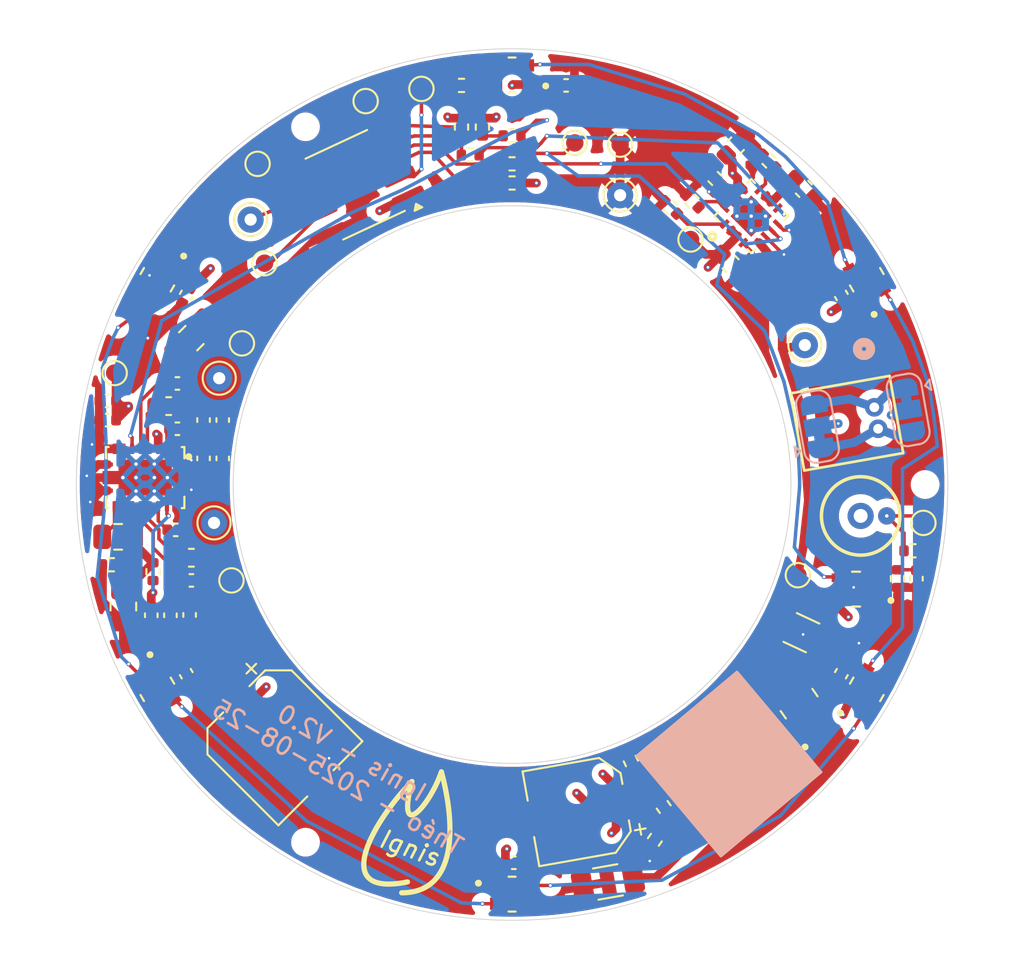
<source format=kicad_pcb>
(kicad_pcb (version 20241229) (generator "pcbnew") (generator_version "9.0")
  (title_block (comment 4 "AISLER Project ID: EPWFUWIS"))
  (layers (0 "F.Cu" signal) (4 "In1.Cu" signal) (6 "In2.Cu" signal) (2 "B.Cu" power) (13 "F.Paste" user) (15 "B.Paste" user) (5 "F.SilkS" user "F.Silkscreen") (7 "B.SilkS" user "B.Silkscreen") (1 "F.Mask" user) (3 "B.Mask" user) (25 "Edge.Cuts" user))
  (net 0 "")
  (net 1 "Net-(U1-BOOT1)")
  (net 2 "Net-(U1-BOOT2)")
  (net 3 "Net-(U1-CLAMP1)")
  (net 4 "Net-(U1-CLAMP2)")
  (net 5 "Net-(U1-COMM1)")
  (net 6 "Net-(U1-COMM2)")
  (net 7 "Net-(U1-RECT)")
  (net 8 "GND")
  (net 9 "VBUS")
  (net 10 "VSYS")
  (net 11 "VCC")
  (net 12 "Net-(D2-DIN)")
  (net 13 "Net-(D2-DOUT)")
  (net 14 "Net-(D3-DOUT)")
  (net 15 "Net-(D4-DOUT)")
  (net 16 "Net-(D5-DOUT)")
  (net 17 "Net-(D6-DOUT)")
  (net 19 "Net-(J3-VBAT)")
  (net 20 "UPDI")
  (net 21 "Net-(L1-Pad2)")
  (net 22 "~{IND}")
  (net 23 "Net-(U1-~{CHG})")
  (net 24 "Net-(U1-FOD)")
  (net 25 "Net-(U1-ILIM)")
  (net 26 "Net-(U1-TS{slash}CTRL)")
  (net 27 "Net-(U2-ILIM)")
  (net 28 "Net-(U2-TS)")
  (net 29 "Net-(U2-~{CHG})")
  (net 30 "~{CHRG}")
  (net 31 "Net-(J3-GND)")
  (net 32 "Net-(U2-~{PGOOD})")
  (net 33 "Net-(U2-TMR)")
  (net 34 "Net-(U2-ISET)")
  (net 35 "Net-(U3-OC)")
  (net 36 "Net-(U3-FB)")
  (net 37 "LED_DIN")
  (net 38 "Net-(R17-Pad1)")
  (net 39 "~{PGOOD}")
  (net 40 "SSW")
  (net 43 "/Power Stage/AC1")
  (net 44 "/Power Stage/COILA")
  (net 45 "/Power Stage/AC2")
  (net 46 "VBAT")
  (net 47 "Net-(C30-Pad1)")
  (footprint "Ignis:IC_BQ24073RGTR" (layer "F.Cu") (at 63.720244 34.6 45)
    (property "Reference" "U2" (hide yes))
    (property "Value" "BQ24073RGTR")
  )
  (footprint "Ignis:BQ51013BRHLT" (layer "F.Cu") (at 28.95 49.6 -90)
    (property "Reference" "U1" (hide yes))
    (property "Value" "BQ51013BRHLT")
  )
  (footprint "Resistor_SMD:R_0402_1005Metric" (layer "F.Cu") (at 29.4 55 90)
    (property "Reference" "R4" (hide yes))
    (property "Value" "20k")
  )
  (footprint "MountingHole:ToolingHole_1.152mm" (layer "F.Cu") (at 38.15 29.475197 -150)
    (property "Reference" "H3" (hide yes))
    (property "Value" "ToolingHole")
  )
  (footprint "Resistor_SMD:R_0402_1005Metric" (layer "F.Cu") (at 48.3 29.49 -90)
    (property "Reference" "R19" (hide yes))
    (property "Value" "10k")
  )
  (footprint "TestPoint:TestPoint_THTPad_D1.5mm_Drill0.7mm" (layer "F.Cu") (at 56.2 33.4)
    (property "Reference" "J6" (hide yes))
    (property "Value" "GND")
  )
  (footprint "Resistor_SMD:R_0402_1005Metric" (layer "F.Cu") (at 72.1125 55.4 90)
    (property "Reference" "R18" (hide yes))
    (property "Value" "1M")
  )
  (footprint "Capacitor_SMD:C_0402_1005Metric" (layer "F.Cu") (at 30.4 57.5 -90)
    (property "Reference" "C12" (hide yes))
    (property "Value" "10u")
  )
  (footprint "TestPoint:TestPoint_Pad_D1.0mm" (layer "F.Cu") (at 34.5 41.9)
    (property "Reference" "TP1" (hide yes))
    (property "Value" "COIL_A")
  )
  (footprint "MountingHole:ToolingHole_1.152mm" (layer "F.Cu") (at 38.15 70.524802 -30)
    (property "Reference" "H2" (hide yes))
    (property "Value" "ToolingHole")
  )
  (footprint "Resistor_SMD:R_0402_1005Metric" (layer "F.Cu") (at 60.340523 33.740382 135)
    (property "Reference" "R11" (hide yes))
    (property "Value" "2.7k")
  )
  (footprint "Capacitor_SMD:C_0402_1005Metric" (layer "F.Cu") (at 26.8 46.3 180)
    (property "Reference" "C15" (hide yes))
    (property "Value" "10u")
  )
  (footprint "Resistor_SMD:R_0402_1005Metric" (layer "F.Cu") (at 64.740524 31.440382 135)
    (property "Reference" "R6" (hide yes))
    (property "Value" "2.4k")
  )
  (footprint "TestPoint:TestPoint_Pad_D1.0mm" (layer "F.Cu") (at 73.6 52.2)
    (property "Reference" "TP13" (hide yes))
    (property "Value" "SSW_RAW")
  )
  (footprint "Resistor_SMD:R_0402_1005Metric" (layer "F.Cu") (at 47.1 27.1)
    (property "Reference" "R16" (hide yes))
    (property "Value" "330" (hide yes))
  )
  (footprint "TestPoint:TestPoint_Pad_D1.0mm" (layer "F.Cu") (at 41.6 28)
    (property "Reference" "TP4" (hide yes))
    (property "Value" "~{IND}")
  )
  (footprint "Ignis:LED_WS2812B2020" (layer "F.Cu") (at 50 73.5)
    (property "Reference" "D5" (hide yes))
    (property "Value" "WS2812B")
  )
  (footprint "Resistor_SMD:R_0402_1005Metric" (layer "F.Cu") (at 50 29.99 180)
    (property "Reference" "R1" (hide yes))
    (property "Value" "220")
  )
  (footprint "Capacitor_SMD:C_1206_3216Metric" (layer "F.Cu") (at 55.5 72.8 -170)
    (property "Reference" "C21" (hide yes))
    (property "Value" "22u")
  )
  (footprint "Ignis:LED_WS2812B2020" (layer "F.Cu") (at 70.351596 38.25 120)
    (property "Reference" "D3" (hide yes))
    (property "Value" "WS2812B")
  )
  (footprint "Capacitor_SMD:C_0603_1608Metric" (layer "F.Cu") (at 62.540524 37.34038 -45)
    (property "Reference" "C18" (hide yes))
    (property "Value" "4.7u")
  )
  (footprint "Capacitor_SMD:C_0402_1005Metric" (layer "F.Cu") (at 73.2 55.4 -90)
    (property "Reference" "C30" (hide yes))
    (property "Value" "22n")
  )
  (footprint "Capacitor_SMD:CP_Elec_5x5.4" (layer "F.Cu") (at 53.8 68.7 -170)
    (property "Reference" "C22" (hide yes))
    (property "Value" "100u")
  )
  (footprint "Capacitor_SMD:C_0402_1005Metric" (layer "F.Cu") (at 31.5 57.48 -90)
    (property "Reference" "C14" (hide yes))
    (property "Value" "100n")
  )
  (footprint "Resistor_SMD:R_0402_1005Metric" (layer "F.Cu") (at 50 31.6 180)
    (property "Reference" "R9" (hide yes))
    (property "Value" "220")
  )
  (footprint "Ignis:LED_WS2812B2020" (layer "F.Cu") (at 70.351596 61.75 60)
    (property "Reference" "D4" (hide yes))
    (property "Value" "WS2812B")
  )
  (footprint "Resistor_SMD:R_0402_1005Metric" (layer "F.Cu") (at 58.192524 70.382233 -125)
    (property "Reference" "R12" (hide yes))
    (property "Value" "390k")
  )
  (footprint "Resistor_SMD:R_0805_2012Metric" (layer "F.Cu") (at 27.7 57 -90)
    (property "Reference" "R5" (hide yes))
    (property "Value" "196")
  )
  (footprint "Ignis:LED_WS2812B2020" (layer "F.Cu") (at 29.648403 38.25 -120)
    (property "Reference" "D7" (hide yes))
    (property "Value" "WS2812B")
  )
  (footprint "Resistor_SMD:R_0805_2012Metric" (layer "F.Cu") (at 27.4 53)
    (property "Reference" "R2" (hide yes))
    (property "Value" "220")
  )
  (footprint "Capacitor_SMD:C_0402_1005Metric" (layer "F.Cu") (at 30.7 52.6 180)
    (property "Reference" "C7" (hide yes))
    (property "Value" "10n")
  )
  (footprint "Ignis:LED_WS2812B2020" (layer "F.Cu") (at 50 26.5 180)
    (property "Reference" "D2" (hide yes))
    (property "Value" "WS2812B" (hide yes))
  )
  (footprint "Capacitor_SMD:C_0402_1005Metric" (layer "F.Cu") (at 68.892751 39.15 120)
    (property "Reference" "C25" (hide yes))
    (property "Value" "100n")
  )
  (footprint "Capacitor_SMD:C_0402_1005Metric" (layer "F.Cu") (at 33.4 48.5 90)
    (property "Reference" "C4" (hide yes))
    (property "Value" "1n")
  )
  (footprint "Capacitor_SMD:C_0805_2012Metric_Pad1.18x1.45mm_HandSolder" (layer "F.Cu") (at 31.6 41.6 -135)
    (property "Reference" "C5" (hide yes))
    (property "Value" "0")
  )
  (footprint "Package_SO:SOIC-8_3.9x4.9mm_P1.27mm" (layer "F.Cu") (at 41 32.8 -155)
    (property "Reference" "U5" (hide yes))
    (property "Value" "ATtiny212-SS" (hide yes))
  )
  (footprint "Capacitor_SMD:C_0402_1005Metric" (layer "F.Cu") (at 26.8 45.2 180)
    (property "Reference" "C16" (hide yes))
    (property "Value" "100n")
  )
  (footprint "Resistor_SMD:R_0402_1005Metric" (layer "F.Cu") (at 50 32.7 180)
    (property "Reference" "R21" (hide yes))
    (property "Value" "10k")
  )
  (footprint "TestPoint:TestPoint_THTPad_D1.5mm_Drill0.7mm" (layer "F.Cu") (at 33.2 43.9 -90)
    (property "Reference" "J1" (hide yes))
    (property "Value" "COIL_A")
  )
  (footprint "TestPoint:TestPoint_Pad_D1.0mm" (layer "F.Cu") (at 53.6 30.4)
    (property "Reference" "TP14" (hide yes))
    (property "Value" "SSW")
  )
  (footprint "Resistor_SMD:R_0402_1005Metric" (layer "F.Cu") (at 47.1 29.49 -90)
    (property "Reference" "R20" (hide yes))
    (property "Value" "10k")
  )
  (footprint "Capacitor_SMD:C_1206_3216Metric" (layer "F.Cu") (at 66.6 58.5 -25)
    (property "Reference" "C20" (hide yes))
    (property "Value" "22u")
  )
  (footprint "Capacitor_SMD:C_0603_1608Metric" (layer "F.Cu") (at 30.3 45.5 180)
    (property "Reference" "C8" (hide yes))
    (property "Value" "470n")
  )
  (footprint "TestPoint:TestPoint_THTPad_D1.5mm_Drill0.7mm" (layer "F.Cu") (at 66.8 42)
    (property "Reference" "J5" (hide yes))
    (property "Value" "VSYS")
  )
  (footprint "Resistor_SMD:R_0402_1005Metric" (layer "F.Cu") (at 56.815535 65.862216 115)
    (property "Reference" "R14" (hide yes))
    (property "Value" "10k")
  )
  (footprint "TestPoint:TestPoint_Pad_D1.0mm" (layer "F.Cu") (at 27.2 43.6)
    (property "Reference" "TP3" (hide yes))
    (property "Value" "VBUS")
  )
  (footprint "TestPoint:TestPoint_Pad_D1.0mm" (layer "F.Cu") (at 35.4 31.6)
    (property "Reference" "TP8" (hide yes))
    (property "Value" "~{CHRG}")
  )
  (footprint "Resistor_SMD:R_0402_1005Metric" (layer "F.Cu") (at 27.01 54.6 180)
    (property "Reference" "R3" (hide yes))
    (property "Value" "10k")
  )
  (footprint "TestPoint:TestPoint_Pad_D1.0mm" (layer "F.Cu") (at 56.2 30.5)
    (property "Reference" "TP6" (hide yes))
    (property "Value" "GND")
  )
  (footprint "Resistor_SMD:R_0402_1005Metric" (layer "F.Cu") (at 58.7 68.5 125)
    (property "Reference" "R13" (hide yes))
    (property "Value" "75k")
  )
  (footprint "Inductor_SMD:L_1008_2520Metric" (layer "F.Cu") (at 66.468821 62.572389 -55)
    (property "Reference" "L1" (hide yes))
    (property "Value" "3.3u")
  )
  (footprint "Capacitor_SMD:C_0402_1005Metric" (layer "F.Cu") (at 31.307248 60.85 -60)
    (property "Reference" "C28" (hide yes))
    (property "Value" "100n")
  )
  (footprint "Capacitor_SMD:C_0402_1005Metric" (layer "F.Cu") (at 53.1 27.1)
    (property "Reference" "C24" (hide yes))
    (property "Value" "100n")
  )
  (footprint "Resistor_SMD:R_0402_1005Metric" (layer "F.Cu") (at 61.640523 32.44038 135)
    (property "Reference" "R10" (hide yes))
    (property "Value" "24k")
  )
  (footprint "Capacitor_SMD:C_0603_1608Metric" (layer "F.Cu") (at 66.740524 33.040382 -45)
    (property "Reference" "C19" (hide yes))
    (property "Value" "4.7u")
  )
  (footprint "Capacitor_SMD:C_0603_1608Metric" (layer "F.Cu") (at 62.840525 30.54038 45)
    (property "Reference" "C17" (hide yes))
    (property "Value" "1u")
  )
  (footprint "MountingHole:ToolingHole_1.152mm" (layer "F.Cu") (at 73.7 50 90)
    (property "Reference" "H1" (hide yes))
    (property "Value" "ToolingHole")
  )
  (footprint "Ignis:LED_WS2812B2020" (layer "F.Cu") (at 29.648403 61.75 -60)
    (property "Reference" "D6" (hide yes))
    (property "Value" "WS2812B")
  )
  (footprint "Resistor_SMD:R_0402_1005Metric" (layer "F.Cu") (at 47.6 31.09)
    (property "Reference" "R8" (hide yes))
    (property "Value" "220")
  )
  (footprint "Capacitor_SMD:C_0402_1005Metric" (layer "F.Cu") (at 33.4 46.3 -90)
    (property "Reference" "C2" (hide yes))
    (property "Value" "15n")
  )
  (footprint "TestPoint:TestPoint_THTPad_D1.5mm_Drill0.7mm" (layer "F.Cu") (at 35 34.8)
    (property "Reference" "J4" (hide yes))
    (property "Value" "UPDI")
  )
  (footprint "TestPoint:TestPoint_Pad_D1.0mm" (layer "F.Cu") (at 60.240525 35.94038 -90)
    (property "Reference" "TP5" (hide yes))
    (property "Value" "VBAT")
  )
  (footprint "Capacitor_SMD:C_0402_1005Metric" (layer "F.Cu") (at 30.8 46.8 180)
    (property "Reference" "C6" (hide yes))
    (property "Value" "10n")
  )
  (footprint "Capacitor_SMD:C_0402_1005Metric" (layer "F.Cu") (at 29.3 57.5 -90)
    (property "Reference" "C13" (hide yes))
    (property "Value" "10u")
  )
  (footprint "Resistor_SMD:R_0402_1005Metric" (layer "F.Cu") (at 59.1 34.1 135)
    (property "Reference" "R7" (hide yes))
    (property "Value" "10k")
  )
  (footprint "Capacitor_SMD:C_0402_1005Metric" (layer "F.Cu") (at 50.1 71.7)
    (property "Reference" "C27" (hide yes))
    (property "Value" "100n")
  )
  (footprint "Ignis:CONN02_530480210_MOL" (layer "F.Cu") (at 70.782941 45.56899 -80)
    (property "Reference" "J3" (hide yes))
    (property "Value" "530480210")
  )
  (footprint "TestPoint:TestPoint_THTPad_D1.5mm_Drill0.7mm" (layer "F.Cu") (at 32.9 52.2 -90)
    (property "Reference" "J2" (hide yes))
    (property "Value" "COIL_B")
  )
  (footprint "Capacitor_SMD:C_0402_1005Metric" (layer "F.Cu") (at 30.8 44.2 180)
    (property "Reference" "C10" (hide yes))
    (property "Value" "47n")
  )
  (footprint "Capacitor_SMD:C_0402_1005Metric" (layer "F.Cu") (at 31.6 55.5 180)
    (property "Reference" "C11" (hide yes))
    (property "Value" "47n")
  )
  (footprint "TestPoint:TestPoint_Pad_D1.0mm" (layer "F.Cu") (at 35.8 37.3)
    (property "Reference" "TP9" (hide yes))
    (property "Value" "~{PGOOD}")
  )
  (footprint "Capacitor_SMD:C_0402_1005Metric" (layer "F.Cu") (at 32.3 46.3 -90)
    (property "Reference" "C1" (hide yes))
    (property "Value" "150n")
  )
  (footprint "Capacitor_SMD:CP_Elec_6.3x7.7" (layer "F.Cu") (at 36.593414 64.729354 -45)
    (property "Reference" "C23" (hide yes))
    (property "Value" "470u")
  )
  (footprint "Ignis:IC_74LVC1G17GW_125" (layer "F.Cu") (at 69.7375 56 180)
    (property "Reference" "U4" (hide yes))
    (property "Value" "74LVC1G17")
  )
  (footprint "Capacitor_SMD:C_0402_1005Metric" (layer "F.Cu") (at 32.3 48.5 90)
    (property "Reference" "C3" (hide yes))
    (property "Value" "1n")
  )
  (footprint "Capacitor_SMD:C_0402_1005Metric" (layer "F.Cu") (at 68.892751 60.849999 60)
    (property "Reference" "C26" (hide yes))
    (property "Value" "100n")
  )
  (footprint "Capacitor_SMD:C_0402_1005Metric" (layer "F.Cu") (at 31.307248 39.15 -120)
    (property "Reference" "C29" (hide yes))
    (property "Value" "100n")
  )
  (footprint "TestPoint:TestPoint_Pad_D1.0mm" (layer "F.Cu") (at 33.9 55.5)
    (property "Reference" "TP2" (hide yes))
    (property "Value" "COIL_B")
  )
  (footprint "TestPoint:TestPoint_Pad_D1.0mm" (layer "F.Cu") (at 66.4 55.2)
    (property "Reference" "TP7" (hide yes))
    (property "Value" "VSYS")
  )
  (footprint "Ignis:SW-180" (layer "F.Cu") (at 70 51.8)
    (property "Reference" "SW1" (hide yes))
    (property "Value" "SW-18030")
  )
  (footprint "Capacitor_SMD:C_0603_1608Metric" (layer "F.Cu") (at 31.6 54.2 180)
    (property "Reference" "C9" (hide yes))
    (property "Value" "470n")
  )
  (footprint "Ignis:SOIC127P599X175-9N" (layer "F.Cu") (at 61.99422 65.5 -145)
    (property "Reference" "U3" (hide yes))
    (property "Value" "FP6277XR-G1")
  )
  (footprint "Resistor_SMD:R_0402_1005Metric" (layer "F.Cu") (at 73 53.8)
    (property "Reference" "R17" (hide yes))
    (property "Value" "470")
  )
  (footprint "TestPoint:TestPoint_Pad_D1.0mm" (layer "F.Cu") (at 44.8 27.3)
    (property "Reference" "TP12" (hide yes))
    (property "Value" "LED_DIN")
  )
  (footprint "Jumper:SolderJumper-3_P1.3mm_Bridged12_RoundedPad1.0x1.5mm" (layer "B.Cu") (at 72.725742 45.716471 -80)
    (property "Reference" "JP2" (hide yes))
    (property "Value" "VGNDS")
  )
  (footprint "Jumper:SolderJumper-3_P1.3mm_Bridged12_RoundedPad1.0x1.5mm" (layer "B.Cu") (at 67.524632 46.672979 100)
    (property "Reference" "JP1" (hide yes))
    (property "Value" "VBATS")
  )
  (gr_curve (pts (xy 44.254502 67.039653) (xy 43.334269 70.535756) (xy 45.222981 68.562746) (xy 45.946295 66.48482)) (stroke (width 0.3)) (layer "F.SilkS"))
  (gr_curve (pts (xy 44 72.8) (xy 39.29221 73.746949) (xy 42.300952 68.989063) (xy 44.254502 67.039653)) (stroke (width 0.3)) (layer "F.SilkS"))
  (gr_curve (pts (xy 45.946295 66.48482) (xy 46.777619 69.554259) (xy 46.861917 73.415982) (xy 43.666617 73.423583)) (stroke (width 0.3)) (layer "F.SilkS"))
  (gr_poly (pts (xy 57.160707 65.573789) (xy 62.906039 60.752881) (xy 67.726947 66.498213) (xy 61.981615 71.319121)) (stroke (width 0.153)) (fill yes) (layer "B.SilkS"))
  (gr_circle (center 50 50) (end 66 50) (stroke (width 0.05)) (fill no) (layer "Edge.Cuts"))
  (gr_circle (center 50 50) (end 75 50) (stroke (width 0.05)) (fill no) (layer "Edge.Cuts"))
  (gr_text "Ignis" (at 42.167993 70.778716 340) (layer "F.SilkS") (effects (font (size 1 1) (thickness 0.153) (italic yes)) (justify left bottom)))
  (gr_text "Ignis - V2.0\nThéo - 2025-08-25" (at 39.7 67.3 330) (layer "B.SilkS") (effects (font (size 1 1) (thickness 0.153)) (justify bottom mirror)))
  (segment (start 30.2 47.95) (end 30.2 46.92) (width 0.2) (layer "F.Cu") (net 1))
  (segment (start 30.2 46.92) (end 30.32 46.8) (width 0.2) (layer "F.Cu") (net 1))
  (segment (start 29.7 52.08) (end 30.22 52.6) (width 0.2) (layer "F.Cu") (net 2))
  (segment (start 29.7 51.25) (end 29.7 52.08) (width 0.2) (layer "F.Cu") (net 2))
  (segment (start 29.08 45.945) (end 29.525 45.5) (width 0.2) (layer "F.Cu") (net 3))
  (segment (start 29.2 47.95) (end 29.08 47.83) (width 0.2) (layer "F.Cu") (net 3))
  (segment (start 29.08 47.83) (end 29.08 45.945) (width 0.2) (layer "F.Cu") (net 3))
  (segment (start 29.2 52.043862) (end 29.739 52.582862) (width 0.2) (layer "F.Cu") (net 4))
  (segment (start 29.2 51.25) (end 29.2 52.043862) (width 0.2) (layer "F.Cu") (net 4))
  (segment (start 29.739 53.114) (end 30.825 54.2) (width 0.2) (layer "F.Cu") (net 4))
  (segment (start 29.739 52.582862) (end 29.739 53.114) (width 0.2) (layer "F.Cu") (net 4))
  (segment (start 29.7 44.2) (end 30.32 44.2) (width 0.2) (layer "F.Cu") (net 5))
  (segment (start 28.7 47.95) (end 28.7 45.2) (width 0.2) (layer "F.Cu") (net 5))
  (segment (start 28.7 45.2) (end 29.7 44.2) (width 0.2) (layer "F.Cu") (net 5))
  (segment (start 30.174 54.4) (end 30.174 54.63269) (width 0.2) (layer "F.Cu") (net 6))
  (segment (start 29.411 52.741262) (end 29.411 53.637) (width 0.2) (layer "F.Cu") (net 6))
  (segment (start 28.7 51.25) (end 28.7 52.030262) (width 0.2) (layer "F.Cu") (net 6))
  (segment (start 29.411 53.637) (end 30.174 54.4) (width 0.2) (layer "F.Cu") (net 6))
  (segment (start 30.174 54.63269) (end 31.04131 55.5) (width 0.2) (layer "F.Cu") (net 6))
  (segment (start 28.7 52.030262) (end 29.411 52.741262) (width 0.2) (layer "F.Cu") (net 6))
  (segment (start 31.04131 55.5) (end 31.12 55.5) (width 0.2) (layer "F.Cu") (net 6))
  (segment (start 30.2 51.7) (end 30.3 51.8) (width 0.2) (layer "F.Cu") (net 7))
  (segment (start 30.4 57.02) (end 29.3 57.02) (width 0.5) (layer "F.Cu") (net 7))
  (segment (start 29.3 57.02) (end 29.3 56.3) (width 0.5) (layer "F.Cu") (net 7))
  (segment (start 30.2 51.25) (end 30.2 51.7) (width 0.2) (layer "F.Cu") (net 7))
  (segment (start 31.5 57) (end 30.42 57) (width 0.5) (layer "F.Cu") (net 7))
  (segment (start 29.3 56.3) (end 29.4 56.2) (width 0.5) (layer "F.Cu") (net 7))
  (segment (start 30.42 57) (end 30.4 57.02) (width 0.5) (layer "F.Cu") (net 7))
  (segment (start 29.4 56.2) (end 29.4 55.51) (width 0.2) (layer "F.Cu") (net 7))
  (via (at 29.4 56.2) (size 0.25) (drill 0.15) (layers "F.Cu" "B.Cu") (net 7))
  (via (at 30.3 51.8) (size 0.25) (drill 0.15) (layers "F.Cu" "B.Cu") (net 7))
  (segment (start 29.4 52.7) (end 29.4 56.2) (width 0.2) (layer "B.Cu") (net 7))
  (segment (start 30.3 51.8) (end 29.4 52.7) (width 0.2) (layer "B.Cu") (net 7))
  (segment (start 70.15 55.35) (end 69.6 55.9) (width 0.5) (layer "F.Cu") (net 8))
  (segment (start 63.260624 36.120279) (end 63.260624 36.160624) (width 0.2) (layer "F.Cu") (net 8))
  (segment (start 63.260624 36.160624) (end 63.8 36.7) (width 0.2) (layer "F.Cu") (net 8))
  (segment (start 26.32 46.3) (end 26.32 47.28) (width 0.5) (layer "F.Cu") (net 8))
  (segment (start 65.573529 35.4) (end 65.240523 35.05962) (width 0.2) (layer "F.Cu") (net 8))
  (segment (start 31.35 48.85) (end 31.6 48.6) (width 0.2) (layer "F.Cu") (net 8))
  (segment (start 67.936805 59.123363) (end 67.223363 59.123363) (width 0.5) (layer "F.Cu") (net 8))
  (segment (start 26.5 54.6) (end 26.5 56.7125) (width 0.5) (layer "F.Cu") (net 8))
  (segment (start 65.266691 36.5) (end 64.533417 35.766726) (width 0.2) (layer "F.Cu") (net 8))
  (segment (start 31.067248 39.632752) (end 29.1 41.6) (width 0.5) (layer "F.Cu") (net 8))
  (segment (start 26.32 47.28) (end 25.9 47.7) (width 0.5) (layer "F.Cu") (net 8))
  (segment (start 27.2 47.95) (end 26.15 47.95) (width 0.5) (layer "F.Cu") (net 8))
  (segment (start 56.2 30.5) (end 56.2 33.2) (width 0.5) (layer "F.Cu") (net 8))
  (segment (start 67.223363 59.123363) (end 66.7 58.6) (width 0.5) (layer "F.Cu") (net 8))
  (segment (start 26.45 50.35) (end 25.6 49.5) (width 0.5) (layer "F.Cu") (net 8))
  (segment (start 38.561458 66.638542) (end 39.5 65.7) (width 0.5) (layer "F.Cu") (net 8))
  (segment (start 26.5 56.7125) (end 27.7 57.9125) (width 0.5) (layer "F.Cu") (net 8))
  (segment (start 70.7125 55.35) (end 70.15 55.35) (width 0.5) (layer "F.Cu") (net 8))
  (segment (start 26.32 45.2) (end 26.32 46.3) (width 0.5) (layer "F.Cu") (net 8))
  (segment (start 28.714589 38.767413) (end 28.714589 38.485411) (width 0.2) (layer "F.Cu") (net 8))
  (segment (start 31.55 50.35) (end 31.6 50.3) (width 0.2) (layer "F.Cu") (net 8))
  (segment (start 61.540382 33.440382) (end 61.3 33.2) (width 0.2) (layer "F.Cu") (net 8))
  (segment (start 31.1 48.85) (end 31.35 48.85) (width 0.2) (layer "F.Cu") (net 8))
  (segment (start 26.15 47.95) (end 25.9 47.7) (width 0.5) (layer "F.Cu") (net 8))
  (segment (start 65.6 36.8) (end 65.266691 36.5) (width 0.2) (layer "F.Cu") (net 8))
  (segment (start 26.8 50.35) (end 26.45 50.35) (width 0.5) (layer "F.Cu") (net 8))
  (segment (start 69.132751 60.434307) (end 69.9 59.1) (width 0.5) (layer "F.Cu") (net 8))
  (segment (start 26.8 48.85) (end 26.25 48.85) (width 0.5) (layer "F.Cu") (net 8))
  (segment (start 62.207074 33.440382) (end 61.540382 33.440382) (width 0.2) (layer "F.Cu") (net 8))
  (segment (start 28.714589 38.485411) (end 29.2 38) (width 0.2) (layer "F.Cu") (net 8))
  (segment (start 26.45 50.35) (end 25.8 51) (width 0.5) (layer "F.Cu") (net 8))
  (segment (start 67.936805 59.123363) (end 67.936805 59.238361) (width 0.5) (layer "F.Cu") (net 8))
  (segment (start 67.936805 59.238361) (end 69.132751 60.434307) (width 0.5) (layer "F.Cu") (net 8))
  (segment (start 31.067248 39.565692) (end 31.067248 39.632752) (width 0.5) (layer "F.Cu") (net 8))
  (segment (start 62.553519 33.786827) (end 62.207074 33.440382) (width 0.2) (layer "F.Cu") (net 8))
  (segment (start 26.25 48.85) (end 25.6 49.5) (width 0.5) (layer "F.Cu") (net 8))
  (segment (start 65.9 35.4) (end 65.573529 35.4) (width 0.2) (layer "F.Cu") (net 8))
  (segment (start 28.714589 38.767413) (end 28.732587 38.767413) (width 0.2) (layer "F.Cu") (net 8))
  (segment (start 57.9 70.8) (end 57.9 71.6) (width 0.2) (layer "F.Cu") (net 8))
  (segment (start 31.1 50.35) (end 31.55 50.35) (width 0.2) (layer "F.Cu") (net 8))
  (segment (start 38.502602 66.638542) (end 38.561458 66.638542) (width 0.5) (layer "F.Cu") (net 8))
  (via (at 25.8 51) (size 0.25) (drill 0.15) (layers "F.Cu" "B.Cu") (net 8))
  (via (at 63.8 36.7) (size 0.25) (drill 0.15) (layers "F.Cu" "B.Cu") (net 8))
  (via (at 61.3 33.2) (size 0.25) (drill 0.15) (layers "F.Cu" "B.Cu") (net 8))
  (via (at 65.9 35.4) (size 0.25) (drill 0.15) (layers "F.Cu" "B.Cu") (net 8))
  (via (at 25.6 49.5) (size 0.25) (drill 0.15) (layers "F.Cu" "B.Cu") (net 8))
  (via (at 65.6 36.8) (size 0.25) (drill 0.15) (layers "F.Cu" "B.Cu") (net 8))
  (via (at 71.747168 46.017862) (size 0.25) (drill 0.15) (layers "F.Cu" "B.Cu") (net 8))
  (via (at 29.1 41.6) (size 0.25) (drill 0.15) (layers "F.Cu" "B.Cu") (net 8))
  (via (at 69.6 55.9) (size 0.25) (drill 0.15) (layers "F.Cu" "B.Cu") (net 8))
  (via (at 31.6 50.3) (size 0.25) (drill 0.15) (layers "F.Cu" "B.Cu") (net 8))
  (via (at 66.7 58.6) (size 0.25) (drill 0.15) (layers "F.Cu" "B.Cu") (net 8))
  (via (at 57.9 71.6) (size 0.25) (drill 0.15) (layers "F.Cu" "B.Cu") (net 8))
  (via (at 39.5 65.7) (size 0.25) (drill 0.15) (layers "F.Cu" "B.Cu") (net 8))
  (via (at 25.9 47.7) (size 0.25) (drill 0.15) (layers "F.Cu" "B.Cu") (net 8))
  (via (at 29.2 38) (size 0.25) (drill 0.15) (layers "F.Cu" "B.Cu") (net 8))
  (via (at 69.9 59.1) (size 0.25) (drill 0.15) (layers "F.Cu" "B.Cu") (net 8))
  (via (at 31.6 48.6) (size 0.25) (drill 0.15) (layers "F.Cu" "B.Cu") (net 8))
  (segment (start 72.91728 45.716471) (end 71.747168 46.017862) (width 0.5) (layer "B.Cu") (net 8))
  (segment (start 28 45.5) (end 28 45.58) (width 0.5) (layer "F.Cu") (net 9))
  (segment (start 62.640523 32.140381) (end 62.640523 31.436398) (width 0.5) (layer "F.Cu") (net 9))
  (segment (start 28 45.5) (end 27.58 45.5) (width 0.5) (layer "F.Cu") (net 9))
  (segment (start 27.28 46.3) (end 27.28 45.2) (width 0.5) (layer "F.Cu") (net 9))
  (segment (start 27.28 43.68) (end 27.2 43.6) (width 0.5) (layer "F.Cu") (net 9))
  (segment (start 62.940524 32.440381) (end 62.640523 32.140381) (width 0.5) (layer "F.Cu") (net 9))
  (segment (start 29.7 47.95) (end 29.7 47.2) (width 0.5) (layer "F.Cu") (net 9))
  (segment (start 29.7 47.2) (end 29.6 47.1) (width 0.5) (layer "F.Cu") (net 9))
  (segment (start 63.260625 33.079721) (end 63.259762 33.079721) (width 0.5) (layer "F.Cu") (net 9))
  (segment (start 62.640523 31.436398) (end 62.292516 31.088388) (width 0.5) (layer "F.Cu") (net 9))
  (segment (start 63.259762 33.079721) (end 62.940524 32.760482) (width 0.5) (layer "F.Cu") (net 9))
  (segment (start 27.58 45.5) (end 27.28 45.2) (width 0.5) (layer "F.Cu") (net 9))
  (segment (start 27.28 45.2) (end 27.28 43.68) (width 0.5) (layer "F.Cu") (net 9))
  (segment (start 62.940524 32.760482) (end 62.940524 32.440381) (width 0.5) (layer "F.Cu") (net 9))
  (segment (start 28 45.58) (end 27.28 46.3) (width 0.5) (layer "F.Cu") (net 9))
  (via (at 28 45.5) (size 0.25) (drill 0.15) (layers "F.Cu" "B.Cu") (net 9))
  (via (at 29.6 47.1) (size 0.25) (drill 0.15) (layers "F.Cu" "B.Cu") (net 9))
  (via (at 62.640523 32.140381) (size 0.25) (drill 0.15) (layers "F.Cu" "B.Cu") (net 9))
  (segment (start 64.88697 33.786828) (end 64.898062 33.786827) (width 0.5) (layer "F.Cu") (net 10))
  (segment (start 65.5 38.3) (end 65.5 42.2) (width 0.5) (layer "F.Cu") (net 10))
  (segment (start 65.785518 62.070112) (end 63.653304 63.563104) (width 0.5) (layer "F.Cu") (net 10))
  (segment (start 65.5 37.7) (end 65.4 37.6) (width 0.5) (layer "F.Cu") (net 10))
  (segment (start 62.924862 62.522782) (end 63.653304 63.563104) (width 0.2) (layer "F.Cu") (net 10))
  (segment (start 66.6 45.6) (end 67 50.9) (width 0.5) (layer "F.Cu") (net 10))
  (segment (start 66.8 42) (end 65.5 42.2) (width 0.5) (layer "F.Cu") (net 10))
  (segment (start 65.4 37.6) (end 66.3 37.5) (width 0.5) (layer "F.Cu") (net 10))
  (segment (start 67 50.9) (end 66.7 53.6) (width 0.5) (layer "F.Cu") (net 10))
  (segment (start 64.179863 36.120279) (end 65.4 37.6) (width 0.5) (layer "F.Cu") (net 10))
  (segment (start 65.492444 33.192444) (end 66.192517 32.492372) (width 0.5) (layer "F.Cu") (net 10))
  (segment (start 66.6 35.3) (end 66.192516 32.492375) (width 0.5) (layer "F.Cu") (net 10))
  (segment (start 65.5 42.2) (end 66.6 45.6) (width 0.5) (layer "F.Cu") (net 10))
  (segment (start 66.3 37.3) (end 66.6 35.3) (width 0.5) (layer "F.Cu") (net 10))
  (segment (start 66.4 55.2) (end 65.263195 57.876637) (width 0.5) (layer "F.Cu") (net 10))
  (segment (start 64.7 59.2) (end 65.263195 57.876637) (width 0.5) (layer "F.Cu") (net 10))
  (segment (start 64.898062 33.786827) (end 65.492444 33.192444) (width 0.5) (layer "F.Cu") (net 10))
  (segment (start 64.533418 33.433275) (end 64.88697 33.786828) (width 0.5) (layer "F.Cu") (net 10))
  (segment (start 66.3 37.3) (end 66.3 37.5) (width 0.5) (layer "F.Cu") (net 10))
  (segment (start 66.7 53.6) (end 66.4 55.2) (width 0.5) (layer "F.Cu") (net 10))
  (segment (start 66.3 37.5) (end 65.5 38.3) (width 0.5) (layer "F.Cu") (net 10))
  (segment (start 66.192516 33.3) (end 65.492444 33.192444) (width 0.5) (layer "F.Cu") (net 10))
  (segment (start 64.7 60.4) (end 64.7 59.2) (width 0.5) (layer "F.Cu") (net 10))
  (segment (start 65.5 38.3) (end 65.5 37.7) (width 0.5) (layer "F.Cu") (net 10))
  (segment (start 64.7 60.4) (end 65.785518 62.070112) (width 0.5) (layer "F.Cu") (net 10))
  (segment (start 31.547248 38.734308) (end 31.565692 38.734308) (width 0.5) (layer "F.Cu") (net 11))
  (segment (start 49.085 72.95) (end 49.085 72.235) (width 0.5) (layer "F.Cu") (net 11))
  (segment (start 56.952593 69.30399) (end 55.966577 68.317974) (width 0.5) (layer "F.Cu") (net 11))
  (segment (start 48.3 28.98) (end 49.02 28.98) (width 0.5) (layer "F.Cu") (net 11))
  (segment (start 30.582217 37.732587) (end 30.582217 37.769277) (width 0.5) (layer "F.Cu") (net 11))
  (segment (start 49.62 70.98) (end 49.7 70.9) (width 0.5) (layer "F.Cu") (net 11))
  (segment (start 29.667217 60.682587) (end 30.818969 60.682587) (width 0.5) (layer "F.Cu") (net 11))
  (segment (start 50.915 27.05) (end 52.62 27.1) (width 0.5) (layer "F.Cu") (net 11))
  (segment (start 54.317974 68.317974) (end 53.7 67.7) (width 0.5) (layer "F.Cu") (net 11))
  (segment (start 49.085 72.235) (end 49.62 71.7) (width 0.5) (layer "F.Cu") (net 11))
  (segment (start 44.0482 33.480536) (end 42.4 34.3) (width 0.5) (layer "F.Cu") (net 11))
  (segment (start 55.966577 67.366577) (end 55.2 66.6) (width 0.5) (layer "F.Cu") (net 11))
  (segment (start 49.62 71.7) (end 49.62 70.98) (width 0.5) (layer "F.Cu") (net 11))
  (segment (start 56.952593 72.543868) (end 58.256132 72.543868) (width 0.5) (layer "F.Cu") (net 11))
  (segment (start 50.05 27.05) (end 50 27.1) (width 0.5) (layer "F.Cu") (net 11))
  (segment (start 32.298368 60.434308) (end 34.684226 62.820166) (width 0.5) (layer "F.Cu") (net 11))
  (segment (start 30.582217 37.769277) (end 31.547248 38.734308) (width 0.5) (layer "F.Cu") (net 11))
  (segment (start 68.7625 56.65) (end 68.7625 57.0625) (width 0.5) (layer "F.Cu") (net 11))
  (segment (start 50.915 27.05) (end 50.05 27.05) (width 0.5) (layer "F.Cu") (net 11))
  (segment (start 31.067248 60.434308) (end 32.298368 60.434308) (width 0.5) (layer "F.Cu") (net 11))
  (segment (start 69.417782 62.267413) (end 69 63.2) (width 0.5) (layer "F.Cu") (net 11))
  (segment (start 47.1 28.98) (end 46.38 28.98) (width 0.5) (layer "F.Cu") (net 11))
  (segment (start 55.966577 69.733423) (end 55.7 70) (width 0.5) (layer "F.Cu") (net 11))
  (segment (start 34.684226 62.815774) (end 35.9 61.6) (width 0.5) (layer "F.Cu") (net 11))
  (segment (start 55.966577 68.317974) (end 55.966577 67.366577) (width 0.5) (layer "F.Cu") (net 11))
  (segment (start 48.3 28.98) (end 47.1 28.98) (width 0.5) (layer "F.Cu") (net 11))
  (segment (start 69.132751 39.565692) (end 68.3 40.1) (width 0.5) (layer "F.Cu") (net 11))
  (segment (start 55.966577 68.317974) (end 54.317974 68.317974) (width 0.5) (layer "F.Cu") (net 11))
  (segment (start 55.966577 68.317974) (end 55.966577 69.733423) (width 0.5) (layer "F.Cu") (net 11))
  (segment (start 60.623029 68.917767) (end 58.992524 68.917767) (width 0.5) (layer "F.Cu") (net 11))
  (segment (start 70.332782 39.317413) (end 69.132751 39.565692) (width 0.5) (layer "F.Cu") (net 11))
  (segment (start 58.256132 72.543868) (end 61.063578 69.736422) (width 0.5) (layer "F.Cu") (net 11))
  (segment (start 56.952593 72.543868) (end 56.952593 69.30399) (width 0.5) (layer "F.Cu") (net 11))
  (segment (start 61.063578 69.736422) (end 61.063578 68.477218) (width 0.5) (layer "F.Cu") (net 11))
  (segment (start 68.7625 57.0625) (end 69.3 57.6) (width 0.5) (layer "F.Cu") (net 11))
  (segment (start 50.51 32.7) (end 51.4 32.7) (width 0.5) (layer "F.Cu") (net 11))
  (segment (start 34.684226 62.820166) (end 34.684226 62.815774) (width 0.5) (layer "F.Cu") (net 11))
  (segment (start 31.565692 38.734308) (end 32.7 37.6) (width 0.5) (layer "F.Cu") (net 11))
  (segment (start 69.417782 62.267413) (end 68.652751 61.265691) (width 0.5) (layer "F.Cu") (net 11))
  (segment (start 49.02 28.98) (end 49.1 28.9) (width 0.5) (layer "F.Cu") (net 11))
  (segment (start 61.063578 68.477218) (end 60.623029 68.917767) (width 0.5) (layer "F.Cu") (net 11))
  (segment (start 46.38 28.98) (end 46.3 28.9) (width 0.5) (layer "F.Cu") (net 11))
  (segment (start 30.818969 60.682587) (end 31.067248 60.434308) (width 0.5) (layer "F.Cu") (net 11))
  (via (at 35.9 61.6) (size 0.25) (drill 0.15) (layers "F.Cu" "B.Cu") (net 11))
  (via (at 55.7 70) (size 0.25) (drill 0.15) (layers "F.Cu" "B.Cu") (net 11))
  (via (at 53.7 67.7) (size 0.25) (drill 0.15) (layers "F.Cu" "B.Cu") (net 11))
  (via (at 69.3 57.6) (size 0.25) (drill 0.15) (layers "F.Cu" "B.Cu") (net 11))
  (via (at 68.3 40.1) (size 0.25) (drill 0.15) (layers "F.Cu" "B.Cu") (net 11))
  (via (at 51.4 32.7) (size 0.25) (drill 0.15) (layers "F.Cu" "B.Cu") (net 11))
  (via (at 49.1 28.9) (size 0.25) (drill 0.15) (layers "F.Cu" "B.Cu") (net 11))
  (via (at 50 27.1) (size 0.25) (drill 0.15) (layers "F.Cu" "B.Cu") (net 11))
  (via (at 69 63.2) (size 0.25) (drill 0.15) (layers "F.Cu" "B.Cu") (net 11))
  (via (at 42.4 34.3) (size 0.25) (drill 0.15) (layers "F.Cu" "B.Cu") (net 11))
  (via (at 55.2 66.6) (size 0.25) (drill 0.15) (layers "F.Cu" "B.Cu") (net 11))
  (via (at 49.7 70.9) (size 0.25) (drill 0.15) (layers "F.Cu" "B.Cu") (net 11))
  (via (at 46.3 28.9) (size 0.25) (drill 0.15) (layers "F.Cu" "B.Cu") (net 11))
  (via (at 32.7 37.6) (size 0.25) (drill 0.15) (layers "F.Cu" "B.Cu") (net 11))
  (segment (start 47.61 27.1) (end 49.035 27.1) (width 0.2) (layer "F.Cu") (net 12))
  (segment (start 49.035 27.1) (end 49.085 27.05) (width 0.2) (layer "F.Cu") (net 12))
  (segment (start 50.915 25.95) (end 51.6 25.9) (width 0.2) (layer "F.Cu") (net 13))
  (segment (start 69.1 37.1) (end 69.2 37.3) (width 0.2) (layer "F.Cu") (net 13))
  (segment (start 69.2 37.3) (end 69.417782 37.732587) (width 0.2) (layer "F.Cu") (net 13))
  (via (at 51.6 25.9) (size 0.25) (drill 0.15) (layers "F.Cu" "B.Cu") (net 13))
  (via (at 69.1 37.1) (size 0.25) (drill 0.15) (layers "F.Cu" "B.Cu") (net 13))
  (segment (start 64.1 29.9) (end 65.7 31.2) (width 0.2) (layer "B.Cu") (net 13))
  (segment (start 59.9 27.6) (end 64.1 29.9) (width 0.2) (layer "B.Cu") (net 13))
  (segment (start 51.6 25.9) (end 54.4 25.9) (width 0.2) (layer "B.Cu") (net 13))
  (segment (start 54.4 25.9) (end 59.9 27.6) (width 0.2) (layer "B.Cu") (net 13))
  (segment (start 65.7 31.2) (end 68.1 33.8) (width 0.2) (layer "B.Cu") (net 13))
  (segment (start 68.1 33.8) (end 69.1 37.1) (width 0.2) (layer "B.Cu") (net 13))
  (segment (start 71.7 39.4) (end 71.28541 38.767413) (width 0.2) (layer "F.Cu") (net 14))
  (segment (start 70.704381 60.104381) (end 70.332782 60.682587) (width 0.2) (layer "F.Cu") (net 14))
  (via (at 71.7 39.4) (size 0.25) (drill 0.15) (layers "F.Cu" "B.Cu") (net 14))
  (via (at 70.704381 60.104381) (size 0.25) (drill 0.15) (layers "F.Cu" "B.Cu") (net 14))
  (segment (start 73 41.8) (end 73.94371 44.394952) (width 0.2) (layer "B.Cu") (net 14))
  (segment (start 74.2 46.1) (end 74.4 47.8) (width 0.2) (layer "B.Cu") (net 14))
  (segment (start 73.94371 44.394952) (end 74.2 46.1) (width 0.2) (layer "B.Cu") (net 14))
  (segment (start 72.4 49.1) (end 72.4 58.2) (width 0.2) (layer "B.Cu") (net 14))
  (segment (start 72.4 58.2) (end 70.704381 60.104381) (width 0.2) (layer "B.Cu") (net 14))
  (segment (start 71.7 39.4) (end 73 41.8) (width 0.2) (layer "B.Cu") (net 14))
  (segment (start 74.4 47.8) (end 72.4 49.1) (width 0.2) (layer "B.Cu") (net 14))
  (segment (start 52.2 73) (end 50.965 73) (width 0.2) (layer "F.Cu") (net 15))
  (segment (start 50.965 73) (end 50.915 72.95) (width 0.2) (layer "F.Cu") (net 15))
  (segment (start 70.37041 62.817413) (end 69.6 64) (width 0.2) (layer "F.Cu") (net 15))
  (via (at 52.2 73) (size 0.25) (drill 0.15) (layers "F.Cu" "B.Cu") (net 15))
  (via (at 69.6 64) (size 0.25) (drill 0.15) (layers "F.Cu" "B.Cu") (net 15))
  (segment (start 58.6 72.7) (end 52.2 73) (width 0.2) (layer "B.Cu") (net 15))
  (segment (start 65.4 69) (end 58.6 72.7) (width 0.2) (layer "B.Cu") (net 15))
  (segment (start 69.6 64) (end 65.4 69) (width 0.2) (layer "B.Cu") (net 15))
  (segment (start 48.3 74.05) (end 49.085 74.05) (width 0.2) (layer "F.Cu") (net 16))
  (segment (start 31.057402 62.742598) (end 30.582217 62.267413) (width 0.2) (layer "F.Cu") (net 16))
  (via (at 31.057402 62.742598) (size 0.25) (drill 0.15) (layers "F.Cu" "B.Cu") (net 16))
  (via (at 48.3 74.05) (size 0.25) (drill 0.15) (layers "F.Cu" "B.Cu") (net 16))
  (segment (start 48.3 74.05) (end 47.084407 74) (width 0.2) (layer "B.Cu") (net 16))
  (segment (start 38.2 69.3) (end 31.057402 62.742598) (width 0.2) (layer "B.Cu") (net 16))
  (segment (start 47.084407 74) (end 38.2 69.3) (width 0.2) (layer "B.Cu") (net 16))
  (segment (start 28.714589 61.014589) (end 28 60.3) (width 0.2) (layer "F.Cu") (net 17))
  (segment (start 28.714589 61.232587) (end 28.714589 61.014589) (width 0.2) (layer "F.Cu") (net 17))
  (segment (start 29.7 39.350196) (end 29.667217 39.317413) (width 0.2) (layer "F.Cu") (net 17))
  (segment (start 27.4 41) (end 29.667217 39.317413) (width 0.2) (layer "F.Cu") (net 17))
  (via (at 27.4 41) (size 0.25) (drill 0.15) (layers "F.Cu" "B.Cu") (net 17))
  (via (at 28 60.3) (size 0.25) (drill 0.15) (layers "F.Cu" "B.Cu") (net 17))
  (segment (start 27.4 41) (end 27.1 41.6) (width 0.2) (layer "B.Cu") (net 17))
  (segment (start 26.7 47.5) (end 26.693844 50.6) (width 0.2) (layer "B.Cu") (net 17))
  (segment (start 27.1 41.6) (end 26.5 43.3) (width 0.2) (layer "B.Cu") (net 17))
  (segment (start 26.2 55.3) (end 27.6 59.9) (width 0.2) (layer "B.Cu") (net 17))
  (segment (start 27.6 59.9) (end 28 60.3) (width 0.2) (layer "B.Cu") (net 17))
  (segment (start 26.5 43.3) (end 26.7 47.5) (width 0.2) (layer "B.Cu") (net 17))
  (segment (start 26.693844 50.6) (end 26.2 55.3) (width 0.2) (layer "B.Cu") (net 17))
  (segment (start 67.750374 47.953228) (end 69.644583 47.57643) (width 0.5) (layer "B.Cu") (net 19))
  (segment (start 69.644583 47.57643) (end 71 46.8) (width 0.5) (layer "B.Cu") (net 19))
  (segment (start 71.950079 47.17061) (end 71 46.8) (width 0.5) (layer "B.Cu") (net 19))
  (segment (start 73.143023 46.996721) (end 71.950079 47.17061) (width 0.5) (layer "B.Cu") (net 19))
  (segment (start 38.488526 33.270476) (end 36.9 34) (width 0.2) (layer "F.Cu") (net 20))
  (segment (start 36.9 34) (end 35 34.8) (width 0.2) (layer "F.Cu") (net 20))
  (segment (start 65.116386 65.608604) (end 66.929132 64.339305) (width 0.5) (layer "F.Cu") (net 21))
  (segment (start 64.388629 64.564391) (end 66.199088 63.296695) (width 0.5) (layer "F.Cu") (net 21))
  (segment (start 66.199088 63.296695) (end 67.085415 63.452978) (width 0.5) (layer "F.Cu") (net 21))
  (segment (start 64.381747 64.603428) (end 64.388629 64.564391) (width 0.5) (layer "F.Cu") (net 21))
  (segment (start 66.929132 64.339305) (end 67.085415 63.452978) (width 0.5) (layer "F.Cu") (net 21))
  (segment (start 65.110188 65.643751) (end 65.116386 65.608604) (width 0.5) (layer "F.Cu") (net 21))
  (segment (start 43.6 29.5) (end 42.438024 30.027503) (width 0.2) (layer "F.Cu") (net 22))
  (segment (start 42.438024 28.838024) (end 41.6 28) (width 0.2) (layer "F.Cu") (net 22))
  (segment (start 49.48 30) (end 49.49 29.99) (width 0.2) (layer "F.Cu") (net 22))
  (segment (start 48.3 30) (end 47.829 29.529) (width 0.2) (layer "F.Cu") (net 22))
  (segment (start 43.9 29.4) (end 43.6 29.5) (width 0.2) (layer "F.Cu") (net 22))
  (segment (start 42.438024 30.027503) (end 42.438024 28.838024) (width 0.2) (layer "F.Cu") (net 22))
  (segment (start 48.3 30) (end 49.48 30) (width 0.2) (layer "F.Cu") (net 22))
  (segment (start 47.829 29.529) (end 43.9 29.4) (width 0.2) (layer "F.Cu") (net 22))
  (segment (start 52 29.1) (end 51.4 29.1) (width 0.2) (layer "F.Cu") (net 23))
  (segment (start 28.1 47.2) (end 28.2 47.3) (width 0.2) (layer "F.Cu") (net 23))
  (segment (start 28.2 47.3) (end 28.2 47.95) (width 0.2) (layer "F.Cu") (net 23))
  (segment (start 51.4 29.1) (end 50.51 29.99) (width 0.2) (layer "F.Cu") (net 23))
  (via (at 52 29.1) (size 0.25) (drill 0.15) (layers "F.Cu" "B.Cu") (net 23))
  (via (at 28.1 47.2) (size 0.25) (drill 0.15) (layers "F.Cu" "B.Cu") (net 23))
  (segment (start 40.8 34.4) (end 29.9 40.6) (width 0.2) (layer "B.Cu") (net 23))
  (segment (start 52 29.1) (end 50 29.8) (width 0.2) (layer "B.Cu") (net 23))
  (segment (start 43.7 33.1) (end 40.8 34.4) (width 0.2) (layer "B.Cu") (net 23))
  (segment (start 50 29.8) (end 43.7 33.1) (width 0.2) (layer "B.Cu") (net 23))
  (segment (start 29.9 40.6) (end 28.1 47.2) (width 0.2) (layer "B.Cu") (net 23))
  (segment (start 28.2 51.25) (end 28.2 52.8875) (width 0.2) (layer "F.Cu") (net 24))
  (segment (start 28.3125 53.4025) (end 28.3125 53) (width 0.5) (layer "F.Cu") (net 24))
  (segment (start 29.4 54.49) (end 28.3125 53.4025) (width 0.5) (layer "F.Cu") (net 24))
  (segment (start 28.2 52.8875) (end 28.3125 53) (width 0.2) (layer "F.Cu") (net 24))
  (segment (start 27.8025 56.0875) (end 29.4 54.49) (width 0.5) (layer "F.Cu") (net 24))
  (segment (start 27.7 56.0875) (end 27.8025 56.0875) (width 0.5) (layer "F.Cu") (net 24))
  (segment (start 27.2 51.25) (end 27.192 51.258) (width 0.2) (layer "F.Cu") (net 25))
  (segment (start 27.192 51.258) (end 27.192 52.2955) (width 0.2) (layer "F.Cu") (net 25))
  (segment (start 27.192 52.2955) (end 26.4875 53) (width 0.2) (layer "F.Cu") (net 25))
  (segment (start 27.52 51.98) (end 27.52 54.6) (width 0.2) (layer "F.Cu") (net 26))
  (segment (start 27.7 51.25) (end 27.7 51.8) (width 0.2) (layer "F.Cu") (net 26))
  (segment (start 27.7 51.8) (end 27.52 51.98) (width 0.2) (layer "F.Cu") (net 26))
  (segment (start 64.201184 33.079721) (end 64.540524 32.740382) (width 0.2) (layer "F.Cu") (net 27))
  (segment (start 64.179863 33.07972) (end 64.201184 33.079721) (width 0.2) (layer "F.Cu") (net 27))
  (segment (start 64.540524 32.740382) (end 64.540523 32.361628) (width 0.2) (layer "F.Cu") (net 27))
  (segment (start 64.540523 32.361628) (end 65.101147 31.801006) (width 0.2) (layer "F.Cu") (net 27))
  (segment (start 62.199965 35.059619) (end 60.059618 35.059619) (width 0.2) (layer "F.Cu") (net 28))
  (segment (start 60.059618 35.059619) (end 59.460625 34.460626) (width 0.2) (layer "F.Cu") (net 28))
  (segment (start 65.6 34.5) (end 65.6 34.499858) (width 0.2) (layer "F.Cu") (net 29))
  (segment (start 51.672 30.4) (end 51.4 30.672) (width 0.2) (layer "F.Cu") (net 29))
  (segment (start 52 30) (end 51.672 30.4) (width 0.2) (layer "F.Cu") (net 29))
  (segment (start 65.6 34.499858) (end 65.240523 34.140381) (width 0.2) (layer "F.Cu") (net 29))
  (segment (start 48.527999 30.672) (end 48.109999 31.09) (width 0.2) (layer "F.Cu") (net 29))
  (segment (start 51.4 30.672) (end 48.527999 30.672) (width 0.2) (layer "F.Cu") (net 29))
  (via (at 52 30) (size 0.25) (drill 0.15) (layers "F.Cu" "B.Cu") (net 29))
  (via (at 65.6 34.5) (size 0.25) (drill 0.15) (layers "F.Cu" "B.Cu") (net 29))
  (segment (start 63.15 31.85) (end 65.6 34.5) (width 0.2) (layer "B.Cu") (net 29))
  (segment (start 61.8 30.4) (end 63.15 31.85) (width 0.2) (layer "B.Cu") (net 29))
  (segment (start 52 30) (end 61.8 30.4) (width 0.2) (layer "B.Cu") (net 29))
  (segment (start 44.232677 30.039141) (end 44.23883 30.041379) (width 0.2) (layer "F.Cu") (net 30))
  (segment (start 38.973744 32.491421) (end 44.232677 30.039141) (width 0.2) (layer "F.Cu") (net 30))
  (segment (start 35.919464 32.119464) (end 35.4 31.6) (width 0.2) (layer "F.Cu") (net 30))
  (segment (start 44.23883 30.041379) (end 44.4 30) (width 0.2) (layer "F.Cu") (net 30))
  (segment (start 47.1 30.980001) (end 46.990001 31.09) (width 0.2) (layer "F.Cu") (net 30))
  (segment (start 47.1 30) (end 47.1 30.980001) (width 0.2) (layer "F.Cu") (net 30))
  (segment (start 37.9518 32.119464) (end 38.973744 32.491421) (width 0.2) (layer "F.Cu") (net 30))
  (segment (start 44.4 30) (end 47.1 30) (width 0.2) (layer "F.Cu") (net 30))
  (segment (start 37.9518 32.119464) (end 35.919464 32.119464) (width 0.2) (layer "F.Cu") (net 30))
  (segment (start 72.691539 44.436222) (end 71.561622 44.766634) (width 0.5) (layer "B.Cu") (net 31))
  (segment (start 71.561622 44.766634) (end 70.782941 45.56899) (width 0.5) (layer "B.Cu") (net 31))
  (segment (start 69.371973 45.091338) (end 70.782941 45.56899) (width 0.5) (layer "B.Cu") (net 31))
  (segment (start 67.29889 45.392729) (end 69.371973 45.091338) (width 0.5) (layer "B.Cu") (net 31))
  (segment (start 65.4 35.9) (end 65.373796 35.9) (width 0.2) (layer "F.Cu") (net 32))
  (segment (start 55.1 31.6) (end 50.51 31.6) (width 0.2) (layer "F.Cu") (net 32))
  (segment (start 65.373796 35.9) (end 64.886969 35.413173) (width 0.2) (layer "F.Cu") (net 32))
  (via (at 65.4 35.9) (size 0.25) (drill 0.15) (layers "F.Cu" "B.Cu") (net 32))
  (via (at 55.1 31.6) (size 0.25) (drill 0.15) (layers "F.Cu" "B.Cu") (net 32))
  (segment (start 58.8 31.6) (end 63.4 36.2) (width 0.2) (layer "B.Cu") (net 32))
  (segment (start 55.1 31.6) (end 58.8 31.6) (width 0.2) (layer "B.Cu") (net 32))
  (segment (start 63.4 36.2) (end 65.348756 35.951244) (width 0.2) (layer "B.Cu") (net 32))
  (segment (start 65.348756 35.951244) (end 65.4 35.9) (width 0.2) (layer "B.Cu") (net 32))
  (segment (start 62.201147 32.701005) (end 62.001148 32.701005) (width 0.2) (layer "F.Cu") (net 33))
  (segment (start 62.907071 33.433275) (end 62.907071 33.406929) (width 0.2) (layer "F.Cu") (net 33))
  (segment (start 62.907071 33.406929) (end 62.201147 32.701005) (width 0.2) (layer "F.Cu") (net 33))
  (segment (start 61.033774 33.768383) (end 60.701148 34.101004) (width 0.2) (layer "F.Cu") (net 34))
  (segment (start 61.827965 33.768382) (end 61.033774 33.768383) (width 0.2) (layer "F.Cu") (net 34))
  (segment (start 62.199964 34.140381) (end 61.827965 33.768382) (width 0.2) (layer "F.Cu") (net 34))
  (segment (start 58.255283 69.734701) (end 58.485048 69.964466) (width 0.2) (layer "F.Cu") (net 35))
  (segment (start 60.335135 67.436896) (end 58.4 68.7) (width 0.2) (layer "F.Cu") (net 35))
  (segment (start 58.4 68.7) (end 58.1 69.1) (width 0.2) (layer "F.Cu") (net 35))
  (segment (start 58.1 69.1) (end 58.255283 69.734701) (width 0.2) (layer "F.Cu") (net 35))
  (segment (start 58.459641 67.159641) (end 59.606693 66.396572) (width 0.5) (layer "F.Cu") (net 36))
  (segment (start 58.459641 67.159641) (end 57.03107 66.324432) (width 0.5) (layer "F.Cu") (net 36))
  (segment (start 58.407476 68.082233) (end 58.407476 67.700838) (width 0.5) (layer "F.Cu") (net 36))
  (segment (start 58.407476 67.700838) (end 57.03107 66.324432) (width 0.5) (layer "F.Cu") (net 36))
  (segment (start 58.407476 68.082233) (end 58.459641 67.159641) (width 0.5) (layer "F.Cu") (net 36))
  (segment (start 59.387732 66.357963) (end 59.606693 66.396571) (width 0.2) (layer "F.Cu") (net 36))
  (segment (start 46.39 27.3) (end 46.59 27.1) (width 0.2) (layer "F.Cu") (net 37))
  (segment (start 44.8 28.8) (end 44.8 27.3) (width 0.2) (layer "F.Cu") (net 37))
  (segment (start 44.370476 32.329524) (end 44.8 31.9) (width 0.2) (layer "F.Cu") (net 37))
  (segment (start 43.511474 32.329524) (end 44.370476 32.329524) (width 0.2) (layer "F.Cu") (net 37))
  (segment (start 44.8 27.3) (end 46.39 27.3) (width 0.2) (layer "F.Cu") (net 37))
  (via (at 44.8 28.8) (size 0.25) (drill 0.15) (layers "F.Cu" "B.Cu") (net 37))
  (via (at 44.8 31.9) (size 0.25) (drill 0.15) (layers "F.Cu" "B.Cu") (net 37))
  (segment (start 44.8 29.7) (end 44.8 28.8) (width 0.2) (layer "B.Cu") (net 37))
  (segment (start 44.8 31.9) (end 44.8 29.7) (width 0.2) (layer "B.Cu") (net 37))
  (segment (start 73.2 51.8) (end 73.6 52.2) (width 0.2) (layer "F.Cu") (net 38))
  (segment (start 72.49 52.79) (end 71.5 51.8) (width 0.2) (layer "F.Cu") (net 38))
  (segment (start 72.49 53.8) (end 72.49 52.79) (width 0.2) (layer "F.Cu") (net 38))
  (segment (start 71.5 51.8) (end 73.2 51.8) (width 0.2) (layer "F.Cu") (net 38))
  (segment (start 39.02525 34.421484) (end 36.146734 37.3) (width 0.2) (layer "F.Cu") (net 39))
  (segment (start 44.653609 30.948443) (end 45.4 30.938579) (width 0.2) (layer "F.Cu") (net 39))
  (segment (start 49.49 32.7) (end 49.49 31.6) (width 0.2) (layer "F.Cu") (net 39))
  (segment (start 47 32.7) (end 49.49 32.7) (width 0.2) (layer "F.Cu") (net 39))
  (segment (start 39.02525 34.421484) (end 39.397206 33.399544) (width 0.2) (layer "F.Cu") (net 39))
  (segment (start 45.4 30.938579) (end 47 32.7) (width 0.2) (layer "F.Cu") (net 39))
  (segment (start 36.146734 37.3) (end 35.8 37.3) (width 0.2) (layer "F.Cu") (net 39))
  (segment (start 39.397206 33.399544) (end 44.653609 30.948443) (width 0.2) (layer "F.Cu") (net 39))
  (segment (start 44.383929 30.519863) (end 45.720946 30.519863) (width 0.2) (layer "F.Cu") (net 40))
  (segment (start 48.680082 31.611) (end 49.291082 31) (width 0.2) (layer "F.Cu") (net 40))
  (segment (start 52 31) (end 53 31) (width 0.2) (layer "F.Cu") (net 40))
  (segment (start 46.812083 31.611) (end 48.680082 31.611) (width 0.2) (layer "F.Cu") (net 40))
  (segment (start 51.4 31) (end 52 31) (width 0.2) (layer "F.Cu") (net 40))
  (segment (start 67.9 55.3) (end 68.7125 55.3) (width 0.2) (layer "F.Cu") (net 40))
  (segment (start 45.720946 30.519863) (end 46.812083 31.611) (width 0.2) (layer "F.Cu") (net 40))
  (segment (start 49.291082 31) (end 51.4 31) (width 0.2) (layer "F.Cu") (net 40))
  (segment (start 68.7125 55.3) (end 68.7625 55.35) (width 0.2) (layer "F.Cu") (net 40))
  (segment (start 53 31) (end 53.6 30.4) (width 0.2) (layer "F.Cu") (net 40))
  (segment (start 42.97475 31.178516) (end 42.975425 31.176659) (width 0.2) (layer "F.Cu") (net 40))
  (segment (start 42.975425 31.176659) (end 44.383929 30.519863) (width 0.2) (layer "F.Cu") (net 40))
  (via (at 67.9 55.3) (size 0.25) (drill 0.15) (layers "F.Cu" "B.Cu") (net 40))
  (via (at 52 31) (size 0.25) (drill 0.15) (layers "F.Cu" "B.Cu") (net 40))
  (segment (start 66.2 53.6) (end 66.7 54.3) (width 0.2) (layer "B.Cu") (net 40))
  (segment (start 64.5 41.2) (end 65.6 44.1) (width 0.2) (layer "B.Cu") (net 40))
  (segment (start 61.746524 38.552007) (end 64.5 41.2) (width 0.2) (layer "B.Cu") (net 40))
  (segment (start 53.8 32.3) (end 57.3 32.3) (width 0.2) (layer "B.Cu") (net 40))
  (segment (start 66.4 47.6) (end 66.5 49.7) (width 0.2) (layer "B.Cu") (net 40))
  (segment (start 57.3 32.3) (end 62.2 36.8) (width 0.2) (layer "B.Cu") (net 40))
  (segment (start 65.6 44.1) (end 66.4 47.6) (width 0.2) (layer "B.Cu") (net 40))
  (segment (start 66.5 50.1) (end 66.2 53.6) (width 0.2) (layer "B.Cu") (net 40))
  (segment (start 66.5 49.7) (end 66.5 50.1) (width 0.2) (layer "B.Cu") (net 40))
  (segment (start 66.7 54.3) (end 67.9 55.3) (width 0.2) (layer "B.Cu") (net 40))
  (segment (start 62.2 36.8) (end 61.746524 38.552007) (width 0.2) (layer "B.Cu") (net 40))
  (segment (start 52 31) (end 53.8 32.3) (width 0.2) (layer "B.Cu") (net 40))
  (segment (start 32.333623 40.866377) (end 33.466377 40.866377) (width 0.5) (layer "F.Cu") (net 44))
  (segment (start 33.466377 40.866377) (end 34.5 41.9) (width 0.5) (layer "F.Cu") (net 44))
  (segment (start 32.08 55.5) (end 33.9 55.5) (width 0.5) (layer "F.Cu") (net 45))
  (segment (start 61.892516 36.781281) (end 61.892516 36.892372) (width 0.5) (layer "F.Cu") (net 46))
  (segment (start 62.907072 35.766726) (end 62.553516 35.413174) (width 0.5) (layer "F.Cu") (net 46))
  (segment (start 61.992514 36.792373) (end 61.988532 36.792373) (width 0.5) (layer "F.Cu") (net 46))
  (segment (start 61.092515 36.792373) (end 60.240525 35.94038) (width 0.5) (layer "F.Cu") (net 46))
  (segment (start 62.907072 35.766726) (end 61.992516 36.681281) (width 0.5) (layer "F.Cu") (net 46))
  (segment (start 61.992516 36.681281) (end 61.992514 36.792373) (width 0.5) (layer "F.Cu") (net 46))
  (segment (start 61.988532 36.792373) (end 61.240524 37.540381) (width 0.5) (layer "F.Cu") (net 46))
  (segment (start 61.992514 36.792373) (end 61.092515 36.792373) (width 0.5) (layer "F.Cu") (net 46))
  (via (at 68.717577 46.49909) (size 0.25) (drill 0.15) (layers "F.Cu" "B.Cu") (net 46))
  (via (at 61.240524 37.540381) (size 0.25) (drill 0.15) (layers "F.Cu" "B.Cu") (net 46))
  (segment (start 67.524632 46.672979) (end 68.717577 46.49909) (width 0.5) (layer "B.Cu") (net 46))
  (segment (start 71.91 54.89) (end 72.1125 54.89) (width 0.2) (layer "F.Cu") (net 47))
  (segment (start 71.5 55.3) (end 71.91 54.89) (width 0.2) (layer "F.Cu") (net 47))
  (segment (start 72.1125 54.89) (end 73.17 54.89) (width 0.2) (layer "F.Cu") (net 47))
  (segment (start 73.2 54.92) (end 73.2 54.56) (width 0.2) (layer "F.Cu") (net 47))
  (segment (start 73.2 54.56) (end 73.51 54.25) (width 0.2) (layer "F.Cu") (net 47))
  (segment (start 73.51 54.25) (end 73.51 53.8) (width 0.2) (layer "F.Cu") (net 47))
  (segment (start 71.223582 56) (end 71.5 55.723582) (width 0.2) (layer "F.Cu") (net 47))
  (segment (start 73.17 54.89) (end 73.2 54.92) (width 0.2) (layer "F.Cu") (net 47))
  (segment (start 71.5 55.723582) (end 71.5 55.3) (width 0.2) (layer "F.Cu") (net 47))
  (segment (start 70.7125 56) (end 71.223582 56) (width 0.2) (layer "F.Cu") (net 47))
  (zone (net 44) (net_name "/Power Stage/COILA") (layer "F.Cu") (name "COILA") (priority 5) (connect_pads yes (clearance 0.1)) (min_thickness 0.25) (fill yes (thermal_gap 0.5) (thermal_bridge_width 0.5) (smoothing fillet) (radius 0.2))
    (polygon (pts (xy 31.9 46.2) (xy 34.7 46.2) (xy 34.7 42.3) (xy 32.2 39.8) (xy 31.2 40.8) (xy 31.9 41.5)))
  )
  (zone (net 43) (net_name "/Power Stage/AC1") (layer "F.Cu") (name "AC1") (priority 4) (connect_pads yes (clearance 0.1)) (min_thickness 0.25) (fill yes (thermal_gap 0.5) (thermal_bridge_width 0.5) (smoothing fillet) (radius 0.2))
    (polygon (pts (xy 30.5 48.4) (xy 34.5 48.4) (xy 34.5 46.3) (xy 31.6 46.3) (xy 31.6 42.2) (xy 30 42.2) (xy 30.7 43.8) (xy 30.7 47.3) (xy 30.5 47.5)))
  )
  (zone (net 45) (net_name "/Power Stage/AC2") (layer "F.Cu") (name "AC2") (priority 3) (connect_pads yes (clearance 0.1)) (min_thickness 0.25) (fill yes (thermal_gap 0.5) (thermal_bridge_width 0.5) (smoothing fillet) (radius 0.2))
    (polygon (pts (xy 30.5 50.8) (xy 30.5 52.1) (xy 30.7 52.3) (xy 30.7 53.3) (xy 30.9 53.5) (xy 31.4 53.5) (xy 31.6 53.7) (xy 31.575 56) (xy 34.5 56) (xy 34.5 48.6) (xy 31.9 48.6) (xy 31.9 50.5) (xy 31.6 50.8)))
  )
  (zone (net 8) (net_name "GND") (layers "F.Cu" "B.Cu" "In1.Cu") (name "GND") (connect_pads (clearance 0.5)) (min_thickness 0.25) (fill yes (thermal_gap 0.5) (thermal_bridge_width 0.5) (smoothing fillet) (radius 0.2))
    (polygon (pts (xy 22.5 22.5) (xy 22.5 77.5) (xy 77.5 77.5) (xy 77.5 22.5)))
  )
)
</source>
